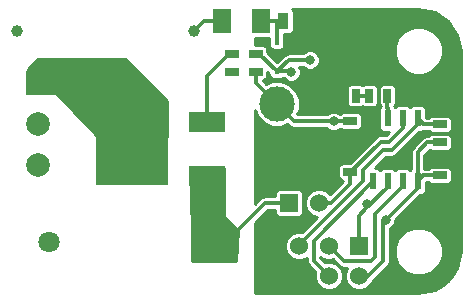
<source format=gtl>
G04 This is an RS-274x file exported by *
G04 gerbv version 2.5.0 *
G04 More information is available about gerbv at *
G04 http://gerbv.gpleda.org/ *
G04 --End of header info--*
%MOIN*%
%FSLAX23Y23*%
%IPPOS*%
G04 --Define apertures--*
%ADD10C,0.0060*%
%ADD11R,0.0157X0.0197*%
%ADD12C,0.0709*%
%ADD13C,0.1024*%
%ADD14R,0.1200X0.0650*%
%ADD15R,0.2400X0.2400*%
%ADD16C,0.0315*%
%ADD17R,0.0600X0.0600*%
%ADD18C,0.0600*%
%ADD19R,0.0787X0.0787*%
%ADD20C,0.0787*%
%ADD21R,0.0600X0.0800*%
%ADD22R,0.0450X0.0250*%
%ADD23R,0.0250X0.0450*%
%ADD24R,0.0236X0.0551*%
%ADD25C,0.1181*%
%ADD26C,0.0394*%
%ADD27R,0.0350X0.0550*%
%ADD28C,0.1260*%
%ADD29C,0.0118*%
%ADD30C,0.0098*%
G04 --Start main section--*
G54D11*
G01X00945Y00758D03*
G01X00945Y00856D03*
G54D12*
G01X00185Y00189D03*
G01X00776Y00189D03*
G54D14*
G01X00713Y00410D03*
G54D15*
G01X00463Y00500D03*
G54D14*
G01X00713Y00590D03*
G54D16*
G01X01055Y00795D03*
G01X01134Y00795D03*
G54D17*
G01X01218Y00176D03*
G54D18*
G01X01218Y00076D03*
G01X01118Y00176D03*
G01X01118Y00076D03*
G01X01018Y00176D03*
G01X01018Y00076D03*
G54D19*
G01X00150Y00720D03*
G54D20*
G01X00150Y00583D03*
G01X00150Y00445D03*
G54D17*
G01X00985Y00319D03*
G54D18*
G01X01085Y00319D03*
G54D21*
G01X00762Y00925D03*
G01X00892Y00925D03*
G54D22*
G01X00795Y00817D03*
G01X00795Y00757D03*
G01X01488Y00521D03*
G01X01488Y00581D03*
G54D23*
G01X01313Y00677D03*
G01X01253Y00677D03*
G54D22*
G01X01488Y00411D03*
G01X01488Y00471D03*
G01X01189Y00593D03*
G01X01189Y00533D03*
G01X00874Y00817D03*
G01X00874Y00757D03*
G01X01189Y00423D03*
G01X01189Y00483D03*
G54D24*
G01X01414Y00391D03*
G01X01414Y00601D03*
G01X01364Y00391D03*
G01X01314Y00391D03*
G01X01264Y00391D03*
G01X01364Y00601D03*
G01X01314Y00601D03*
G01X01264Y00601D03*
G54D25*
G01X00945Y00650D03*
G01X00945Y00492D03*
G54D23*
G01X01207Y00677D03*
G01X01147Y00677D03*
G54D26*
G01X00079Y00894D03*
G01X00669Y00894D03*
G54D27*
G01X00966Y00925D03*
G01X01041Y00925D03*
G54D16*
G01X01244Y00315D03*
G01X01134Y00591D03*
G01X00992Y00756D03*
G01X01307Y00264D03*
G54D29*
G01X01313Y00677D02*
G01X01313Y00636D01*
G01X01314Y00636D02*
G01X01314Y00601D01*
G01X01313Y00636D02*
G01X01314Y00636D01*
G01X01118Y00076D02*
G01X01067Y00127D01*
G01X01067Y00194D02*
G01X01264Y00391D01*
G01X01067Y00127D02*
G01X01067Y00194D01*
G01X01242Y00313D02*
G01X01244Y00315D01*
G01X01242Y00301D02*
G01X01242Y00313D01*
G01X01134Y00591D02*
G01X01134Y00593D01*
G01X01134Y00593D02*
G01X01134Y00591D01*
G01X01134Y00591D02*
G01X01134Y00593D01*
G01X01218Y00176D02*
G01X01218Y00277D01*
G01X01314Y00373D02*
G01X01314Y00391D01*
G01X01218Y00277D02*
G01X01242Y00301D01*
G01X01242Y00301D02*
G01X01314Y00373D01*
G01X01189Y00593D02*
G01X01134Y00593D01*
G01X01134Y00593D02*
G01X01001Y00593D01*
G01X01001Y00593D02*
G01X00945Y00650D01*
G01X00874Y00757D02*
G01X00874Y00720D01*
G01X00874Y00720D02*
G01X00945Y00650D01*
G01X01189Y00423D02*
G01X01189Y00383D01*
G01X01125Y00319D02*
G01X01085Y00319D01*
G01X01189Y00383D02*
G01X01125Y00319D01*
G01X01189Y00423D02*
G01X01190Y00423D01*
G01X01364Y00568D02*
G01X01364Y00601D01*
G01X01319Y00524D02*
G01X01364Y00568D01*
G01X01291Y00524D02*
G01X01319Y00524D01*
G01X01190Y00423D02*
G01X01291Y00524D01*
G01X01118Y00176D02*
G01X01168Y00126D01*
G01X01364Y00375D02*
G01X01364Y00391D01*
G01X01272Y00283D02*
G01X01364Y00375D01*
G01X01272Y00138D02*
G01X01272Y00283D01*
G01X01260Y00126D02*
G01X01272Y00138D01*
G01X01168Y00126D02*
G01X01260Y00126D01*
G01X00463Y00500D02*
G01X00242Y00720D01*
G01X00242Y00720D02*
G01X00150Y00720D01*
G01X01488Y00581D02*
G01X01433Y00581D01*
G01X01433Y00581D02*
G01X01414Y00601D01*
G01X01018Y00176D02*
G01X01018Y00179D01*
G01X01414Y00583D02*
G01X01414Y00601D01*
G01X01327Y00496D02*
G01X01414Y00583D01*
G01X01299Y00496D02*
G01X01327Y00496D01*
G01X01232Y00429D02*
G01X01299Y00496D01*
G01X01232Y00393D02*
G01X01232Y00429D01*
G01X01018Y00179D02*
G01X01232Y00393D01*
G01X01207Y00677D02*
G01X01253Y00677D01*
G01X00945Y00856D02*
G01X00945Y00925D01*
G01X00945Y00925D02*
G01X00945Y00921D01*
G01X00945Y00921D02*
G01X00945Y00925D01*
G01X00892Y00925D02*
G01X00945Y00925D01*
G01X00945Y00925D02*
G01X00966Y00925D01*
G01X00762Y00925D02*
G01X00701Y00925D01*
G01X00701Y00925D02*
G01X00669Y00894D01*
G01X00713Y00590D02*
G01X00713Y00744D01*
G01X00786Y00817D02*
G01X00795Y00817D01*
G01X00713Y00744D02*
G01X00786Y00817D01*
G01X00990Y00758D02*
G01X00992Y00756D01*
G01X00945Y00758D02*
G01X00990Y00758D01*
G01X01433Y00411D02*
G01X01414Y00391D01*
G01X01488Y00411D02*
G01X01433Y00411D01*
G01X01488Y00521D02*
G01X01446Y00521D01*
G01X01414Y00488D02*
G01X01414Y00391D01*
G01X01446Y00521D02*
G01X01414Y00488D01*
G01X00985Y00319D02*
G01X00906Y00319D01*
G01X00906Y00319D02*
G01X00776Y00189D01*
G01X01218Y00076D02*
G01X01249Y00076D01*
G01X01249Y00076D02*
G01X01299Y00126D01*
G01X01299Y00126D02*
G01X01299Y00256D01*
G01X01299Y00256D02*
G01X01307Y00264D01*
G01X01414Y00370D02*
G01X01414Y00391D01*
G01X01307Y00264D02*
G01X01414Y00370D01*
G01X01055Y00795D02*
G01X00984Y00795D01*
G01X00984Y00795D02*
G01X00945Y00758D01*
G01X00874Y00817D02*
G01X00885Y00817D01*
G01X00885Y00817D02*
G01X00945Y00758D01*
G54D10*
G36*
G01X00578Y00540D02*
G01X00345Y00544D01*
G01X00207Y00686D01*
G01X00115Y00686D01*
G01X00115Y00766D01*
G01X00148Y00798D01*
G01X00439Y00798D01*
G01X00578Y00659D01*
G01X00578Y00540D01*
G01X00578Y00540D01*
G37*
G54D30*
G01X00578Y00540D02*
G01X00345Y00544D01*
G01X00345Y00544D02*
G01X00207Y00686D01*
G01X00207Y00686D02*
G01X00115Y00686D01*
G01X00115Y00686D02*
G01X00115Y00766D01*
G01X00115Y00766D02*
G01X00148Y00798D01*
G01X00148Y00798D02*
G01X00439Y00798D01*
G01X00439Y00798D02*
G01X00578Y00659D01*
G01X00578Y00659D02*
G01X00578Y00540D01*
G54D10*
G36*
G01X00814Y00230D02*
G01X00810Y00127D01*
G01X00662Y00127D01*
G01X00659Y00436D01*
G01X00767Y00436D01*
G01X00767Y00273D01*
G01X00814Y00230D01*
G01X00814Y00230D01*
G37*
G54D30*
G01X00814Y00230D02*
G01X00810Y00127D01*
G01X00810Y00127D02*
G01X00662Y00127D01*
G01X00662Y00127D02*
G01X00659Y00436D01*
G01X00659Y00436D02*
G01X00767Y00436D01*
G01X00767Y00436D02*
G01X00767Y00273D01*
G01X00767Y00273D02*
G01X00814Y00230D01*
G54D10*
G36*
G01X01557Y00159D02*
G01X01546Y00104D01*
G01X01527Y00076D01*
G01X01527Y00402D01*
G01X01527Y00427D01*
G01X01525Y00433D01*
G01X01520Y00438D01*
G01X01514Y00440D01*
G01X01507Y00440D01*
G01X01462Y00440D01*
G01X01456Y00438D01*
G01X01452Y00434D01*
G01X01436Y00434D01*
G01X01436Y00479D01*
G01X01454Y00497D01*
G01X01456Y00495D01*
G01X01462Y00492D01*
G01X01469Y00492D01*
G01X01514Y00492D01*
G01X01520Y00494D01*
G01X01525Y00499D01*
G01X01527Y00505D01*
G01X01527Y00512D01*
G01X01527Y00537D01*
G01X01525Y00543D01*
G01X01520Y00548D01*
G01X01514Y00550D01*
G01X01507Y00550D01*
G01X01462Y00550D01*
G01X01456Y00548D01*
G01X01452Y00544D01*
G01X01446Y00544D01*
G01X01438Y00542D01*
G01X01435Y00540D01*
G01X01430Y00537D01*
G01X01398Y00504D01*
G01X01393Y00497D01*
G01X01391Y00488D01*
G01X01391Y00431D01*
G01X01389Y00429D01*
G01X01385Y00433D01*
G01X01379Y00435D01*
G01X01372Y00435D01*
G01X01348Y00435D01*
G01X01342Y00433D01*
G01X01339Y00429D01*
G01X01335Y00433D01*
G01X01329Y00435D01*
G01X01322Y00435D01*
G01X01298Y00435D01*
G01X01292Y00433D01*
G01X01289Y00429D01*
G01X01285Y00433D01*
G01X01279Y00435D01*
G01X01272Y00435D01*
G01X01271Y00435D01*
G01X01309Y00473D01*
G01X01327Y00473D01*
G01X01327Y00473D01*
G01X01335Y00475D01*
G01X01343Y00480D01*
G01X01420Y00557D01*
G01X01429Y00557D01*
G01X01433Y00559D01*
G01X01433Y00559D01*
G01X01433Y00559D01*
G01X01452Y00559D01*
G01X01456Y00555D01*
G01X01462Y00552D01*
G01X01469Y00552D01*
G01X01514Y00552D01*
G01X01520Y00554D01*
G01X01525Y00559D01*
G01X01527Y00565D01*
G01X01527Y00572D01*
G01X01527Y00597D01*
G01X01525Y00603D01*
G01X01520Y00608D01*
G01X01514Y00610D01*
G01X01507Y00610D01*
G01X01497Y00610D01*
G01X01497Y00843D01*
G01X01485Y00872D01*
G01X01463Y00894D01*
G01X01433Y00906D01*
G01X01402Y00907D01*
G01X01372Y00894D01*
G01X01350Y00872D01*
G01X01338Y00843D01*
G01X01338Y00811D01*
G01X01350Y00782D01*
G01X01372Y00759D01*
G01X01401Y00747D01*
G01X01433Y00747D01*
G01X01462Y00759D01*
G01X01485Y00782D01*
G01X01497Y00811D01*
G01X01497Y00843D01*
G01X01497Y00610D01*
G01X01462Y00610D01*
G01X01456Y00608D01*
G01X01452Y00604D01*
G01X01443Y00604D01*
G01X01442Y00605D01*
G01X01442Y00632D01*
G01X01440Y00638D01*
G01X01435Y00643D01*
G01X01429Y00645D01*
G01X01422Y00645D01*
G01X01398Y00645D01*
G01X01392Y00643D01*
G01X01389Y00639D01*
G01X01385Y00643D01*
G01X01379Y00645D01*
G01X01372Y00645D01*
G01X01348Y00645D01*
G01X01342Y00643D01*
G01X01339Y00639D01*
G01X01336Y00641D01*
G01X01340Y00645D01*
G01X01343Y00651D01*
G01X01343Y00658D01*
G01X01343Y00703D01*
G01X01340Y00709D01*
G01X01335Y00714D01*
G01X01329Y00716D01*
G01X01323Y00716D01*
G01X01298Y00716D01*
G01X01291Y00714D01*
G01X01287Y00709D01*
G01X01284Y00703D01*
G01X01284Y00696D01*
G01X01284Y00651D01*
G01X01287Y00645D01*
G01X01291Y00641D01*
G01X01288Y00638D01*
G01X01285Y00632D01*
G01X01285Y00625D01*
G01X01285Y00570D01*
G01X01288Y00564D01*
G01X01292Y00559D01*
G01X01298Y00557D01*
G01X01305Y00557D01*
G01X01320Y00557D01*
G01X01310Y00546D01*
G01X01291Y00546D01*
G01X01283Y00545D01*
G01X01283Y00658D01*
G01X01283Y00703D01*
G01X01280Y00709D01*
G01X01275Y00714D01*
G01X01269Y00716D01*
G01X01263Y00716D01*
G01X01238Y00716D01*
G01X01231Y00714D01*
G01X01230Y00713D01*
G01X01229Y00714D01*
G01X01223Y00716D01*
G01X01216Y00716D01*
G01X01191Y00716D01*
G01X01185Y00714D01*
G01X01180Y00709D01*
G01X01178Y00703D01*
G01X01178Y00696D01*
G01X01178Y00651D01*
G01X01180Y00645D01*
G01X01185Y00640D01*
G01X01191Y00638D01*
G01X01198Y00638D01*
G01X01223Y00638D01*
G01X01229Y00640D01*
G01X01230Y00642D01*
G01X01231Y00640D01*
G01X01238Y00638D01*
G01X01244Y00638D01*
G01X01269Y00638D01*
G01X01275Y00640D01*
G01X01280Y00645D01*
G01X01283Y00651D01*
G01X01283Y00658D01*
G01X01283Y00545D01*
G01X01283Y00545D01*
G01X01275Y00540D01*
G01X01188Y00452D01*
G01X01163Y00452D01*
G01X01157Y00449D01*
G01X01152Y00445D01*
G01X01150Y00439D01*
G01X01150Y00432D01*
G01X01150Y00407D01*
G01X01152Y00401D01*
G01X01157Y00396D01*
G01X01163Y00394D01*
G01X01166Y00394D01*
G01X01166Y00393D01*
G01X01122Y00348D01*
G01X01112Y00358D01*
G01X01095Y00366D01*
G01X01076Y00366D01*
G01X01059Y00359D01*
G01X01046Y00345D01*
G01X01039Y00328D01*
G01X01039Y00310D01*
G01X01046Y00292D01*
G01X01059Y00279D01*
G01X01076Y00272D01*
G01X01079Y00272D01*
G01X01029Y00222D01*
G01X01027Y00223D01*
G01X01009Y00223D01*
G01X00992Y00216D01*
G01X00979Y00202D01*
G01X00971Y00185D01*
G01X00971Y00167D01*
G01X00978Y00150D01*
G01X00992Y00136D01*
G01X01009Y00129D01*
G01X01027Y00129D01*
G01X01044Y00136D01*
G01X01044Y00127D01*
G01X01046Y00119D01*
G01X01051Y00111D01*
G01X01073Y00089D01*
G01X01071Y00085D01*
G01X01071Y00067D01*
G01X01078Y00050D01*
G01X01092Y00036D01*
G01X01109Y00029D01*
G01X01127Y00029D01*
G01X01145Y00036D01*
G01X01158Y00049D01*
G01X01165Y00067D01*
G01X01165Y00085D01*
G01X01158Y00102D01*
G01X01145Y00116D01*
G01X01127Y00123D01*
G01X01109Y00123D01*
G01X01105Y00121D01*
G01X01090Y00137D01*
G01X01090Y00138D01*
G01X01092Y00136D01*
G01X01109Y00129D01*
G01X01127Y00129D01*
G01X01131Y00131D01*
G01X01152Y00110D01*
G01X01152Y00110D01*
G01X01159Y00105D01*
G01X01168Y00103D01*
G01X01179Y00103D01*
G01X01179Y00102D01*
G01X01171Y00085D01*
G01X01171Y00067D01*
G01X01178Y00050D01*
G01X01192Y00036D01*
G01X01209Y00029D01*
G01X01227Y00029D01*
G01X01245Y00036D01*
G01X01258Y00049D01*
G01X01261Y00057D01*
G01X01265Y00060D01*
G01X01315Y00110D01*
G01X01315Y00110D01*
G01X01320Y00117D01*
G01X01322Y00126D01*
G01X01322Y00126D01*
G01X01322Y00235D01*
G01X01325Y00236D01*
G01X01335Y00245D01*
G01X01340Y00257D01*
G01X01340Y00264D01*
G01X01422Y00347D01*
G01X01429Y00347D01*
G01X01435Y00349D01*
G01X01440Y00354D01*
G01X01442Y00360D01*
G01X01442Y00367D01*
G01X01442Y00388D01*
G01X01443Y00388D01*
G01X01452Y00388D01*
G01X01456Y00384D01*
G01X01462Y00382D01*
G01X01469Y00382D01*
G01X01514Y00382D01*
G01X01520Y00384D01*
G01X01525Y00389D01*
G01X01527Y00395D01*
G01X01527Y00402D01*
G01X01527Y00076D01*
G01X01516Y00059D01*
G01X01497Y00046D01*
G01X01497Y00173D01*
G01X01485Y00203D01*
G01X01463Y00225D01*
G01X01433Y00237D01*
G01X01402Y00237D01*
G01X01372Y00225D01*
G01X01350Y00203D01*
G01X01338Y00173D01*
G01X01338Y00142D01*
G01X01350Y00112D01*
G01X01372Y00090D01*
G01X01401Y00078D01*
G01X01433Y00078D01*
G01X01462Y00090D01*
G01X01485Y00112D01*
G01X01497Y00142D01*
G01X01497Y00173D01*
G01X01497Y00046D01*
G01X01471Y00029D01*
G01X01416Y00018D01*
G01X00871Y00018D01*
G01X00871Y00252D01*
G01X00915Y00296D01*
G01X00939Y00296D01*
G01X00939Y00286D01*
G01X00941Y00279D01*
G01X00946Y00275D01*
G01X00952Y00272D01*
G01X00959Y00272D01*
G01X01019Y00272D01*
G01X01025Y00275D01*
G01X01030Y00279D01*
G01X01032Y00286D01*
G01X01032Y00292D01*
G01X01032Y00352D01*
G01X01030Y00358D01*
G01X01025Y00363D01*
G01X01019Y00366D01*
G01X01012Y00366D01*
G01X00952Y00366D01*
G01X00946Y00363D01*
G01X00941Y00358D01*
G01X00939Y00352D01*
G01X00939Y00346D01*
G01X00939Y00342D01*
G01X00906Y00342D01*
G01X00897Y00340D01*
G01X00894Y00338D01*
G01X00890Y00335D01*
G01X00871Y00316D01*
G01X00871Y00630D01*
G01X00881Y00607D01*
G01X00902Y00585D01*
G01X00930Y00574D01*
G01X00960Y00574D01*
G01X00980Y00582D01*
G01X00985Y00577D01*
G01X00993Y00572D01*
G01X01001Y00570D01*
G01X01108Y00570D01*
G01X01115Y00563D01*
G01X01127Y00558D01*
G01X01140Y00558D01*
G01X01152Y00563D01*
G01X01156Y00567D01*
G01X01157Y00566D01*
G01X01163Y00564D01*
G01X01170Y00564D01*
G01X01215Y00564D01*
G01X01221Y00566D01*
G01X01226Y00571D01*
G01X01228Y00577D01*
G01X01228Y00584D01*
G01X01228Y00609D01*
G01X01226Y00615D01*
G01X01221Y00620D01*
G01X01215Y00622D01*
G01X01208Y00622D01*
G01X01163Y00622D01*
G01X01157Y00620D01*
G01X01154Y00617D01*
G01X01152Y00618D01*
G01X01140Y00623D01*
G01X01127Y00623D01*
G01X01115Y00618D01*
G01X01113Y00616D01*
G01X01013Y00616D01*
G01X01021Y00634D01*
G01X01021Y00665D01*
G01X01009Y00692D01*
G01X00988Y00714D01*
G01X00960Y00725D01*
G01X00930Y00725D01*
G01X00910Y00717D01*
G01X00898Y00728D01*
G01X00900Y00728D01*
G01X00906Y00731D01*
G01X00911Y00735D01*
G01X00913Y00742D01*
G01X00913Y00748D01*
G01X00913Y00757D01*
G01X00920Y00750D01*
G01X00920Y00745D01*
G01X00923Y00739D01*
G01X00928Y00734D01*
G01X00934Y00731D01*
G01X00940Y00731D01*
G01X00956Y00731D01*
G01X00962Y00734D01*
G01X00964Y00735D01*
G01X00967Y00735D01*
G01X00974Y00728D01*
G01X00986Y00723D01*
G01X00999Y00723D01*
G01X01011Y00728D01*
G01X01020Y00737D01*
G01X01025Y00749D01*
G01X01025Y00762D01*
G01X01020Y00773D01*
G01X01032Y00773D01*
G01X01037Y00768D01*
G01X01049Y00763D01*
G01X01062Y00763D01*
G01X01073Y00768D01*
G01X01083Y00777D01*
G01X01088Y00789D01*
G01X01088Y00802D01*
G01X01083Y00814D01*
G01X01074Y00823D01*
G01X01062Y00828D01*
G01X01049Y00828D01*
G01X01037Y00823D01*
G01X01032Y00818D01*
G01X00984Y00818D01*
G01X00979Y00817D01*
G01X00976Y00816D01*
G01X00976Y00816D01*
G01X00976Y00816D01*
G01X00971Y00813D01*
G01X00969Y00812D01*
G01X00968Y00811D01*
G01X00968Y00811D01*
G01X00968Y00811D01*
G01X00945Y00789D01*
G01X00913Y00822D01*
G01X00913Y00833D01*
G01X00911Y00839D01*
G01X00906Y00844D01*
G01X00900Y00847D01*
G01X00893Y00847D01*
G01X00871Y00847D01*
G01X00871Y00868D01*
G01X00920Y00868D01*
G01X00920Y00863D01*
G01X00920Y00843D01*
G01X00923Y00837D01*
G01X00928Y00832D01*
G01X00934Y00830D01*
G01X00940Y00830D01*
G01X00956Y00830D01*
G01X00962Y00832D01*
G01X00967Y00837D01*
G01X00969Y00843D01*
G01X00969Y00850D01*
G01X00969Y00869D01*
G01X00968Y00874D01*
G01X00968Y00881D01*
G01X00987Y00881D01*
G01X00993Y00884D01*
G01X00998Y00888D01*
G01X01001Y00894D01*
G01X01001Y00901D01*
G01X01001Y00956D01*
G01X00998Y00962D01*
G01X00994Y00967D01*
G01X01416Y00967D01*
G01X01471Y00956D01*
G01X01516Y00925D01*
G01X01546Y00880D01*
G01X01557Y00825D01*
G01X01557Y00159D01*
G01X01557Y00159D01*
G37*
G54D30*
G01X01557Y00159D02*
G01X01546Y00104D01*
G01X01546Y00104D02*
G01X01527Y00076D01*
G01X01527Y00076D02*
G01X01527Y00402D01*
G01X01527Y00402D02*
G01X01527Y00427D01*
G01X01527Y00427D02*
G01X01525Y00433D01*
G01X01525Y00433D02*
G01X01520Y00438D01*
G01X01520Y00438D02*
G01X01514Y00440D01*
G01X01514Y00440D02*
G01X01507Y00440D01*
G01X01507Y00440D02*
G01X01462Y00440D01*
G01X01462Y00440D02*
G01X01456Y00438D01*
G01X01456Y00438D02*
G01X01452Y00434D01*
G01X01452Y00434D02*
G01X01436Y00434D01*
G01X01436Y00434D02*
G01X01436Y00479D01*
G01X01436Y00479D02*
G01X01454Y00497D01*
G01X01454Y00497D02*
G01X01456Y00495D01*
G01X01456Y00495D02*
G01X01462Y00492D01*
G01X01462Y00492D02*
G01X01469Y00492D01*
G01X01469Y00492D02*
G01X01514Y00492D01*
G01X01514Y00492D02*
G01X01520Y00494D01*
G01X01520Y00494D02*
G01X01525Y00499D01*
G01X01525Y00499D02*
G01X01527Y00505D01*
G01X01527Y00505D02*
G01X01527Y00512D01*
G01X01527Y00512D02*
G01X01527Y00537D01*
G01X01527Y00537D02*
G01X01525Y00543D01*
G01X01525Y00543D02*
G01X01520Y00548D01*
G01X01520Y00548D02*
G01X01514Y00550D01*
G01X01514Y00550D02*
G01X01507Y00550D01*
G01X01507Y00550D02*
G01X01462Y00550D01*
G01X01462Y00550D02*
G01X01456Y00548D01*
G01X01456Y00548D02*
G01X01452Y00544D01*
G01X01452Y00544D02*
G01X01446Y00544D01*
G01X01446Y00544D02*
G01X01438Y00542D01*
G01X01438Y00542D02*
G01X01435Y00540D01*
G01X01435Y00540D02*
G01X01430Y00537D01*
G01X01430Y00537D02*
G01X01398Y00504D01*
G01X01398Y00504D02*
G01X01393Y00497D01*
G01X01393Y00497D02*
G01X01391Y00488D01*
G01X01391Y00488D02*
G01X01391Y00431D01*
G01X01391Y00431D02*
G01X01389Y00429D01*
G01X01389Y00429D02*
G01X01385Y00433D01*
G01X01385Y00433D02*
G01X01379Y00435D01*
G01X01379Y00435D02*
G01X01372Y00435D01*
G01X01372Y00435D02*
G01X01348Y00435D01*
G01X01348Y00435D02*
G01X01342Y00433D01*
G01X01342Y00433D02*
G01X01339Y00429D01*
G01X01339Y00429D02*
G01X01335Y00433D01*
G01X01335Y00433D02*
G01X01329Y00435D01*
G01X01329Y00435D02*
G01X01322Y00435D01*
G01X01322Y00435D02*
G01X01298Y00435D01*
G01X01298Y00435D02*
G01X01292Y00433D01*
G01X01292Y00433D02*
G01X01289Y00429D01*
G01X01289Y00429D02*
G01X01285Y00433D01*
G01X01285Y00433D02*
G01X01279Y00435D01*
G01X01279Y00435D02*
G01X01272Y00435D01*
G01X01272Y00435D02*
G01X01271Y00435D01*
G01X01271Y00435D02*
G01X01309Y00473D01*
G01X01309Y00473D02*
G01X01327Y00473D01*
G01X01327Y00473D02*
G01X01327Y00473D01*
G01X01327Y00473D02*
G01X01335Y00475D01*
G01X01335Y00475D02*
G01X01343Y00480D01*
G01X01343Y00480D02*
G01X01420Y00557D01*
G01X01420Y00557D02*
G01X01429Y00557D01*
G01X01429Y00557D02*
G01X01433Y00559D01*
G01X01433Y00559D02*
G01X01433Y00559D01*
G01X01433Y00559D02*
G01X01433Y00559D01*
G01X01433Y00559D02*
G01X01452Y00559D01*
G01X01452Y00559D02*
G01X01456Y00555D01*
G01X01456Y00555D02*
G01X01462Y00552D01*
G01X01462Y00552D02*
G01X01469Y00552D01*
G01X01469Y00552D02*
G01X01514Y00552D01*
G01X01514Y00552D02*
G01X01520Y00554D01*
G01X01520Y00554D02*
G01X01525Y00559D01*
G01X01525Y00559D02*
G01X01527Y00565D01*
G01X01527Y00565D02*
G01X01527Y00572D01*
G01X01527Y00572D02*
G01X01527Y00597D01*
G01X01527Y00597D02*
G01X01525Y00603D01*
G01X01525Y00603D02*
G01X01520Y00608D01*
G01X01520Y00608D02*
G01X01514Y00610D01*
G01X01514Y00610D02*
G01X01507Y00610D01*
G01X01507Y00610D02*
G01X01497Y00610D01*
G01X01497Y00610D02*
G01X01497Y00843D01*
G01X01497Y00843D02*
G01X01485Y00872D01*
G01X01485Y00872D02*
G01X01463Y00894D01*
G01X01463Y00894D02*
G01X01433Y00906D01*
G01X01433Y00906D02*
G01X01402Y00907D01*
G01X01402Y00907D02*
G01X01372Y00894D01*
G01X01372Y00894D02*
G01X01350Y00872D01*
G01X01350Y00872D02*
G01X01338Y00843D01*
G01X01338Y00843D02*
G01X01338Y00811D01*
G01X01338Y00811D02*
G01X01350Y00782D01*
G01X01350Y00782D02*
G01X01372Y00759D01*
G01X01372Y00759D02*
G01X01401Y00747D01*
G01X01401Y00747D02*
G01X01433Y00747D01*
G01X01433Y00747D02*
G01X01462Y00759D01*
G01X01462Y00759D02*
G01X01485Y00782D01*
G01X01485Y00782D02*
G01X01497Y00811D01*
G01X01497Y00811D02*
G01X01497Y00843D01*
G01X01497Y00843D02*
G01X01497Y00610D01*
G01X01497Y00610D02*
G01X01462Y00610D01*
G01X01462Y00610D02*
G01X01456Y00608D01*
G01X01456Y00608D02*
G01X01452Y00604D01*
G01X01452Y00604D02*
G01X01443Y00604D01*
G01X01443Y00604D02*
G01X01442Y00605D01*
G01X01442Y00605D02*
G01X01442Y00632D01*
G01X01442Y00632D02*
G01X01440Y00638D01*
G01X01440Y00638D02*
G01X01435Y00643D01*
G01X01435Y00643D02*
G01X01429Y00645D01*
G01X01429Y00645D02*
G01X01422Y00645D01*
G01X01422Y00645D02*
G01X01398Y00645D01*
G01X01398Y00645D02*
G01X01392Y00643D01*
G01X01392Y00643D02*
G01X01389Y00639D01*
G01X01389Y00639D02*
G01X01385Y00643D01*
G01X01385Y00643D02*
G01X01379Y00645D01*
G01X01379Y00645D02*
G01X01372Y00645D01*
G01X01372Y00645D02*
G01X01348Y00645D01*
G01X01348Y00645D02*
G01X01342Y00643D01*
G01X01342Y00643D02*
G01X01339Y00639D01*
G01X01339Y00639D02*
G01X01336Y00641D01*
G01X01336Y00641D02*
G01X01340Y00645D01*
G01X01340Y00645D02*
G01X01343Y00651D01*
G01X01343Y00651D02*
G01X01343Y00658D01*
G01X01343Y00658D02*
G01X01343Y00703D01*
G01X01343Y00703D02*
G01X01340Y00709D01*
G01X01340Y00709D02*
G01X01335Y00714D01*
G01X01335Y00714D02*
G01X01329Y00716D01*
G01X01329Y00716D02*
G01X01323Y00716D01*
G01X01323Y00716D02*
G01X01298Y00716D01*
G01X01298Y00716D02*
G01X01291Y00714D01*
G01X01291Y00714D02*
G01X01287Y00709D01*
G01X01287Y00709D02*
G01X01284Y00703D01*
G01X01284Y00703D02*
G01X01284Y00696D01*
G01X01284Y00696D02*
G01X01284Y00651D01*
G01X01284Y00651D02*
G01X01287Y00645D01*
G01X01287Y00645D02*
G01X01291Y00641D01*
G01X01291Y00641D02*
G01X01288Y00638D01*
G01X01288Y00638D02*
G01X01285Y00632D01*
G01X01285Y00632D02*
G01X01285Y00625D01*
G01X01285Y00625D02*
G01X01285Y00570D01*
G01X01285Y00570D02*
G01X01288Y00564D01*
G01X01288Y00564D02*
G01X01292Y00559D01*
G01X01292Y00559D02*
G01X01298Y00557D01*
G01X01298Y00557D02*
G01X01305Y00557D01*
G01X01305Y00557D02*
G01X01320Y00557D01*
G01X01320Y00557D02*
G01X01310Y00546D01*
G01X01310Y00546D02*
G01X01291Y00546D01*
G01X01291Y00546D02*
G01X01283Y00545D01*
G01X01283Y00545D02*
G01X01283Y00658D01*
G01X01283Y00658D02*
G01X01283Y00703D01*
G01X01283Y00703D02*
G01X01280Y00709D01*
G01X01280Y00709D02*
G01X01275Y00714D01*
G01X01275Y00714D02*
G01X01269Y00716D01*
G01X01269Y00716D02*
G01X01263Y00716D01*
G01X01263Y00716D02*
G01X01238Y00716D01*
G01X01238Y00716D02*
G01X01231Y00714D01*
G01X01231Y00714D02*
G01X01230Y00713D01*
G01X01230Y00713D02*
G01X01229Y00714D01*
G01X01229Y00714D02*
G01X01223Y00716D01*
G01X01223Y00716D02*
G01X01216Y00716D01*
G01X01216Y00716D02*
G01X01191Y00716D01*
G01X01191Y00716D02*
G01X01185Y00714D01*
G01X01185Y00714D02*
G01X01180Y00709D01*
G01X01180Y00709D02*
G01X01178Y00703D01*
G01X01178Y00703D02*
G01X01178Y00696D01*
G01X01178Y00696D02*
G01X01178Y00651D01*
G01X01178Y00651D02*
G01X01180Y00645D01*
G01X01180Y00645D02*
G01X01185Y00640D01*
G01X01185Y00640D02*
G01X01191Y00638D01*
G01X01191Y00638D02*
G01X01198Y00638D01*
G01X01198Y00638D02*
G01X01223Y00638D01*
G01X01223Y00638D02*
G01X01229Y00640D01*
G01X01229Y00640D02*
G01X01230Y00642D01*
G01X01230Y00642D02*
G01X01231Y00640D01*
G01X01231Y00640D02*
G01X01238Y00638D01*
G01X01238Y00638D02*
G01X01244Y00638D01*
G01X01244Y00638D02*
G01X01269Y00638D01*
G01X01269Y00638D02*
G01X01275Y00640D01*
G01X01275Y00640D02*
G01X01280Y00645D01*
G01X01280Y00645D02*
G01X01283Y00651D01*
G01X01283Y00651D02*
G01X01283Y00658D01*
G01X01283Y00658D02*
G01X01283Y00545D01*
G01X01283Y00545D02*
G01X01283Y00545D01*
G01X01283Y00545D02*
G01X01275Y00540D01*
G01X01275Y00540D02*
G01X01188Y00452D01*
G01X01188Y00452D02*
G01X01163Y00452D01*
G01X01163Y00452D02*
G01X01157Y00449D01*
G01X01157Y00449D02*
G01X01152Y00445D01*
G01X01152Y00445D02*
G01X01150Y00439D01*
G01X01150Y00439D02*
G01X01150Y00432D01*
G01X01150Y00432D02*
G01X01150Y00407D01*
G01X01150Y00407D02*
G01X01152Y00401D01*
G01X01152Y00401D02*
G01X01157Y00396D01*
G01X01157Y00396D02*
G01X01163Y00394D01*
G01X01163Y00394D02*
G01X01166Y00394D01*
G01X01166Y00394D02*
G01X01166Y00393D01*
G01X01166Y00393D02*
G01X01122Y00348D01*
G01X01122Y00348D02*
G01X01112Y00358D01*
G01X01112Y00358D02*
G01X01095Y00366D01*
G01X01095Y00366D02*
G01X01076Y00366D01*
G01X01076Y00366D02*
G01X01059Y00359D01*
G01X01059Y00359D02*
G01X01046Y00345D01*
G01X01046Y00345D02*
G01X01039Y00328D01*
G01X01039Y00328D02*
G01X01039Y00310D01*
G01X01039Y00310D02*
G01X01046Y00292D01*
G01X01046Y00292D02*
G01X01059Y00279D01*
G01X01059Y00279D02*
G01X01076Y00272D01*
G01X01076Y00272D02*
G01X01079Y00272D01*
G01X01079Y00272D02*
G01X01029Y00222D01*
G01X01029Y00222D02*
G01X01027Y00223D01*
G01X01027Y00223D02*
G01X01009Y00223D01*
G01X01009Y00223D02*
G01X00992Y00216D01*
G01X00992Y00216D02*
G01X00979Y00202D01*
G01X00979Y00202D02*
G01X00971Y00185D01*
G01X00971Y00185D02*
G01X00971Y00167D01*
G01X00971Y00167D02*
G01X00978Y00150D01*
G01X00978Y00150D02*
G01X00992Y00136D01*
G01X00992Y00136D02*
G01X01009Y00129D01*
G01X01009Y00129D02*
G01X01027Y00129D01*
G01X01027Y00129D02*
G01X01044Y00136D01*
G01X01044Y00136D02*
G01X01044Y00127D01*
G01X01044Y00127D02*
G01X01046Y00119D01*
G01X01046Y00119D02*
G01X01051Y00111D01*
G01X01051Y00111D02*
G01X01073Y00089D01*
G01X01073Y00089D02*
G01X01071Y00085D01*
G01X01071Y00085D02*
G01X01071Y00067D01*
G01X01071Y00067D02*
G01X01078Y00050D01*
G01X01078Y00050D02*
G01X01092Y00036D01*
G01X01092Y00036D02*
G01X01109Y00029D01*
G01X01109Y00029D02*
G01X01127Y00029D01*
G01X01127Y00029D02*
G01X01145Y00036D01*
G01X01145Y00036D02*
G01X01158Y00049D01*
G01X01158Y00049D02*
G01X01165Y00067D01*
G01X01165Y00067D02*
G01X01165Y00085D01*
G01X01165Y00085D02*
G01X01158Y00102D01*
G01X01158Y00102D02*
G01X01145Y00116D01*
G01X01145Y00116D02*
G01X01127Y00123D01*
G01X01127Y00123D02*
G01X01109Y00123D01*
G01X01109Y00123D02*
G01X01105Y00121D01*
G01X01105Y00121D02*
G01X01090Y00137D01*
G01X01090Y00137D02*
G01X01090Y00138D01*
G01X01090Y00138D02*
G01X01092Y00136D01*
G01X01092Y00136D02*
G01X01109Y00129D01*
G01X01109Y00129D02*
G01X01127Y00129D01*
G01X01127Y00129D02*
G01X01131Y00131D01*
G01X01131Y00131D02*
G01X01152Y00110D01*
G01X01152Y00110D02*
G01X01152Y00110D01*
G01X01152Y00110D02*
G01X01159Y00105D01*
G01X01159Y00105D02*
G01X01168Y00103D01*
G01X01168Y00103D02*
G01X01179Y00103D01*
G01X01179Y00103D02*
G01X01179Y00102D01*
G01X01179Y00102D02*
G01X01171Y00085D01*
G01X01171Y00085D02*
G01X01171Y00067D01*
G01X01171Y00067D02*
G01X01178Y00050D01*
G01X01178Y00050D02*
G01X01192Y00036D01*
G01X01192Y00036D02*
G01X01209Y00029D01*
G01X01209Y00029D02*
G01X01227Y00029D01*
G01X01227Y00029D02*
G01X01245Y00036D01*
G01X01245Y00036D02*
G01X01258Y00049D01*
G01X01258Y00049D02*
G01X01261Y00057D01*
G01X01261Y00057D02*
G01X01265Y00060D01*
G01X01265Y00060D02*
G01X01315Y00110D01*
G01X01315Y00110D02*
G01X01315Y00110D01*
G01X01315Y00110D02*
G01X01320Y00117D01*
G01X01320Y00117D02*
G01X01322Y00126D01*
G01X01322Y00126D02*
G01X01322Y00126D01*
G01X01322Y00126D02*
G01X01322Y00235D01*
G01X01322Y00235D02*
G01X01325Y00236D01*
G01X01325Y00236D02*
G01X01335Y00245D01*
G01X01335Y00245D02*
G01X01340Y00257D01*
G01X01340Y00257D02*
G01X01340Y00264D01*
G01X01340Y00264D02*
G01X01422Y00347D01*
G01X01422Y00347D02*
G01X01429Y00347D01*
G01X01429Y00347D02*
G01X01435Y00349D01*
G01X01435Y00349D02*
G01X01440Y00354D01*
G01X01440Y00354D02*
G01X01442Y00360D01*
G01X01442Y00360D02*
G01X01442Y00367D01*
G01X01442Y00367D02*
G01X01442Y00388D01*
G01X01442Y00388D02*
G01X01443Y00388D01*
G01X01443Y00388D02*
G01X01452Y00388D01*
G01X01452Y00388D02*
G01X01456Y00384D01*
G01X01456Y00384D02*
G01X01462Y00382D01*
G01X01462Y00382D02*
G01X01469Y00382D01*
G01X01469Y00382D02*
G01X01514Y00382D01*
G01X01514Y00382D02*
G01X01520Y00384D01*
G01X01520Y00384D02*
G01X01525Y00389D01*
G01X01525Y00389D02*
G01X01527Y00395D01*
G01X01527Y00395D02*
G01X01527Y00402D01*
G01X01527Y00402D02*
G01X01527Y00076D01*
G01X01527Y00076D02*
G01X01516Y00059D01*
G01X01516Y00059D02*
G01X01497Y00046D01*
G01X01497Y00046D02*
G01X01497Y00173D01*
G01X01497Y00173D02*
G01X01485Y00203D01*
G01X01485Y00203D02*
G01X01463Y00225D01*
G01X01463Y00225D02*
G01X01433Y00237D01*
G01X01433Y00237D02*
G01X01402Y00237D01*
G01X01402Y00237D02*
G01X01372Y00225D01*
G01X01372Y00225D02*
G01X01350Y00203D01*
G01X01350Y00203D02*
G01X01338Y00173D01*
G01X01338Y00173D02*
G01X01338Y00142D01*
G01X01338Y00142D02*
G01X01350Y00112D01*
G01X01350Y00112D02*
G01X01372Y00090D01*
G01X01372Y00090D02*
G01X01401Y00078D01*
G01X01401Y00078D02*
G01X01433Y00078D01*
G01X01433Y00078D02*
G01X01462Y00090D01*
G01X01462Y00090D02*
G01X01485Y00112D01*
G01X01485Y00112D02*
G01X01497Y00142D01*
G01X01497Y00142D02*
G01X01497Y00173D01*
G01X01497Y00173D02*
G01X01497Y00046D01*
G01X01497Y00046D02*
G01X01471Y00029D01*
G01X01471Y00029D02*
G01X01416Y00018D01*
G01X01416Y00018D02*
G01X00871Y00018D01*
G01X00871Y00018D02*
G01X00871Y00252D01*
G01X00871Y00252D02*
G01X00915Y00296D01*
G01X00915Y00296D02*
G01X00939Y00296D01*
G01X00939Y00296D02*
G01X00939Y00286D01*
G01X00939Y00286D02*
G01X00941Y00279D01*
G01X00941Y00279D02*
G01X00946Y00275D01*
G01X00946Y00275D02*
G01X00952Y00272D01*
G01X00952Y00272D02*
G01X00959Y00272D01*
G01X00959Y00272D02*
G01X01019Y00272D01*
G01X01019Y00272D02*
G01X01025Y00275D01*
G01X01025Y00275D02*
G01X01030Y00279D01*
G01X01030Y00279D02*
G01X01032Y00286D01*
G01X01032Y00286D02*
G01X01032Y00292D01*
G01X01032Y00292D02*
G01X01032Y00352D01*
G01X01032Y00352D02*
G01X01030Y00358D01*
G01X01030Y00358D02*
G01X01025Y00363D01*
G01X01025Y00363D02*
G01X01019Y00366D01*
G01X01019Y00366D02*
G01X01012Y00366D01*
G01X01012Y00366D02*
G01X00952Y00366D01*
G01X00952Y00366D02*
G01X00946Y00363D01*
G01X00946Y00363D02*
G01X00941Y00358D01*
G01X00941Y00358D02*
G01X00939Y00352D01*
G01X00939Y00352D02*
G01X00939Y00346D01*
G01X00939Y00346D02*
G01X00939Y00342D01*
G01X00939Y00342D02*
G01X00906Y00342D01*
G01X00906Y00342D02*
G01X00897Y00340D01*
G01X00897Y00340D02*
G01X00894Y00338D01*
G01X00894Y00338D02*
G01X00890Y00335D01*
G01X00890Y00335D02*
G01X00871Y00316D01*
G01X00871Y00316D02*
G01X00871Y00630D01*
G01X00871Y00630D02*
G01X00881Y00607D01*
G01X00881Y00607D02*
G01X00902Y00585D01*
G01X00902Y00585D02*
G01X00930Y00574D01*
G01X00930Y00574D02*
G01X00960Y00574D01*
G01X00960Y00574D02*
G01X00980Y00582D01*
G01X00980Y00582D02*
G01X00985Y00577D01*
G01X00985Y00577D02*
G01X00993Y00572D01*
G01X00993Y00572D02*
G01X01001Y00570D01*
G01X01001Y00570D02*
G01X01108Y00570D01*
G01X01108Y00570D02*
G01X01115Y00563D01*
G01X01115Y00563D02*
G01X01127Y00558D01*
G01X01127Y00558D02*
G01X01140Y00558D01*
G01X01140Y00558D02*
G01X01152Y00563D01*
G01X01152Y00563D02*
G01X01156Y00567D01*
G01X01156Y00567D02*
G01X01157Y00566D01*
G01X01157Y00566D02*
G01X01163Y00564D01*
G01X01163Y00564D02*
G01X01170Y00564D01*
G01X01170Y00564D02*
G01X01215Y00564D01*
G01X01215Y00564D02*
G01X01221Y00566D01*
G01X01221Y00566D02*
G01X01226Y00571D01*
G01X01226Y00571D02*
G01X01228Y00577D01*
G01X01228Y00577D02*
G01X01228Y00584D01*
G01X01228Y00584D02*
G01X01228Y00609D01*
G01X01228Y00609D02*
G01X01226Y00615D01*
G01X01226Y00615D02*
G01X01221Y00620D01*
G01X01221Y00620D02*
G01X01215Y00622D01*
G01X01215Y00622D02*
G01X01208Y00622D01*
G01X01208Y00622D02*
G01X01163Y00622D01*
G01X01163Y00622D02*
G01X01157Y00620D01*
G01X01157Y00620D02*
G01X01154Y00617D01*
G01X01154Y00617D02*
G01X01152Y00618D01*
G01X01152Y00618D02*
G01X01140Y00623D01*
G01X01140Y00623D02*
G01X01127Y00623D01*
G01X01127Y00623D02*
G01X01115Y00618D01*
G01X01115Y00618D02*
G01X01113Y00616D01*
G01X01113Y00616D02*
G01X01013Y00616D01*
G01X01013Y00616D02*
G01X01021Y00634D01*
G01X01021Y00634D02*
G01X01021Y00665D01*
G01X01021Y00665D02*
G01X01009Y00692D01*
G01X01009Y00692D02*
G01X00988Y00714D01*
G01X00988Y00714D02*
G01X00960Y00725D01*
G01X00960Y00725D02*
G01X00930Y00725D01*
G01X00930Y00725D02*
G01X00910Y00717D01*
G01X00910Y00717D02*
G01X00898Y00728D01*
G01X00898Y00728D02*
G01X00900Y00728D01*
G01X00900Y00728D02*
G01X00906Y00731D01*
G01X00906Y00731D02*
G01X00911Y00735D01*
G01X00911Y00735D02*
G01X00913Y00742D01*
G01X00913Y00742D02*
G01X00913Y00748D01*
G01X00913Y00748D02*
G01X00913Y00757D01*
G01X00913Y00757D02*
G01X00920Y00750D01*
G01X00920Y00750D02*
G01X00920Y00745D01*
G01X00920Y00745D02*
G01X00923Y00739D01*
G01X00923Y00739D02*
G01X00928Y00734D01*
G01X00928Y00734D02*
G01X00934Y00731D01*
G01X00934Y00731D02*
G01X00940Y00731D01*
G01X00940Y00731D02*
G01X00956Y00731D01*
G01X00956Y00731D02*
G01X00962Y00734D01*
G01X00962Y00734D02*
G01X00964Y00735D01*
G01X00964Y00735D02*
G01X00967Y00735D01*
G01X00967Y00735D02*
G01X00974Y00728D01*
G01X00974Y00728D02*
G01X00986Y00723D01*
G01X00986Y00723D02*
G01X00999Y00723D01*
G01X00999Y00723D02*
G01X01011Y00728D01*
G01X01011Y00728D02*
G01X01020Y00737D01*
G01X01020Y00737D02*
G01X01025Y00749D01*
G01X01025Y00749D02*
G01X01025Y00762D01*
G01X01025Y00762D02*
G01X01020Y00773D01*
G01X01020Y00773D02*
G01X01032Y00773D01*
G01X01032Y00773D02*
G01X01037Y00768D01*
G01X01037Y00768D02*
G01X01049Y00763D01*
G01X01049Y00763D02*
G01X01062Y00763D01*
G01X01062Y00763D02*
G01X01073Y00768D01*
G01X01073Y00768D02*
G01X01083Y00777D01*
G01X01083Y00777D02*
G01X01088Y00789D01*
G01X01088Y00789D02*
G01X01088Y00802D01*
G01X01088Y00802D02*
G01X01083Y00814D01*
G01X01083Y00814D02*
G01X01074Y00823D01*
G01X01074Y00823D02*
G01X01062Y00828D01*
G01X01062Y00828D02*
G01X01049Y00828D01*
G01X01049Y00828D02*
G01X01037Y00823D01*
G01X01037Y00823D02*
G01X01032Y00818D01*
G01X01032Y00818D02*
G01X00984Y00818D01*
G01X00984Y00818D02*
G01X00979Y00817D01*
G01X00979Y00817D02*
G01X00976Y00816D01*
G01X00976Y00816D02*
G01X00976Y00816D01*
G01X00976Y00816D02*
G01X00976Y00816D01*
G01X00976Y00816D02*
G01X00971Y00813D01*
G01X00971Y00813D02*
G01X00969Y00812D01*
G01X00969Y00812D02*
G01X00968Y00811D01*
G01X00968Y00811D02*
G01X00968Y00811D01*
G01X00968Y00811D02*
G01X00968Y00811D01*
G01X00968Y00811D02*
G01X00945Y00789D01*
G01X00945Y00789D02*
G01X00913Y00822D01*
G01X00913Y00822D02*
G01X00913Y00833D01*
G01X00913Y00833D02*
G01X00911Y00839D01*
G01X00911Y00839D02*
G01X00906Y00844D01*
G01X00906Y00844D02*
G01X00900Y00847D01*
G01X00900Y00847D02*
G01X00893Y00847D01*
G01X00893Y00847D02*
G01X00871Y00847D01*
G01X00871Y00847D02*
G01X00871Y00868D01*
G01X00871Y00868D02*
G01X00920Y00868D01*
G01X00920Y00868D02*
G01X00920Y00863D01*
G01X00920Y00863D02*
G01X00920Y00843D01*
G01X00920Y00843D02*
G01X00923Y00837D01*
G01X00923Y00837D02*
G01X00928Y00832D01*
G01X00928Y00832D02*
G01X00934Y00830D01*
G01X00934Y00830D02*
G01X00940Y00830D01*
G01X00940Y00830D02*
G01X00956Y00830D01*
G01X00956Y00830D02*
G01X00962Y00832D01*
G01X00962Y00832D02*
G01X00967Y00837D01*
G01X00967Y00837D02*
G01X00969Y00843D01*
G01X00969Y00843D02*
G01X00969Y00850D01*
G01X00969Y00850D02*
G01X00969Y00869D01*
G01X00969Y00869D02*
G01X00968Y00874D01*
G01X00968Y00874D02*
G01X00968Y00881D01*
G01X00968Y00881D02*
G01X00987Y00881D01*
G01X00987Y00881D02*
G01X00993Y00884D01*
G01X00993Y00884D02*
G01X00998Y00888D01*
G01X00998Y00888D02*
G01X01001Y00894D01*
G01X01001Y00894D02*
G01X01001Y00901D01*
G01X01001Y00901D02*
G01X01001Y00956D01*
G01X01001Y00956D02*
G01X00998Y00962D01*
G01X00998Y00962D02*
G01X00994Y00967D01*
G01X00994Y00967D02*
G01X01416Y00967D01*
G01X01416Y00967D02*
G01X01471Y00956D01*
G01X01471Y00956D02*
G01X01516Y00925D01*
G01X01516Y00925D02*
G01X01546Y00880D01*
G01X01546Y00880D02*
G01X01557Y00825D01*
G01X01557Y00825D02*
G01X01557Y00159D01*
M02*

</source>
